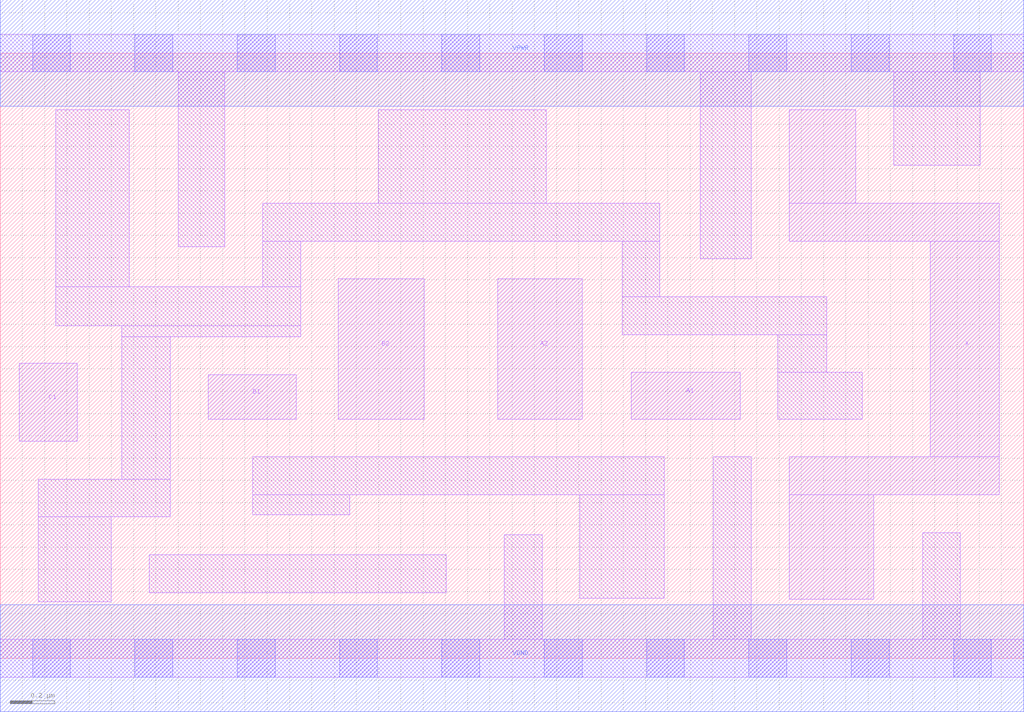
<source format=lef>
# Copyright 2020 The SkyWater PDK Authors
#
# Licensed under the Apache License, Version 2.0 (the "License");
# you may not use this file except in compliance with the License.
# You may obtain a copy of the License at
#
#     https://www.apache.org/licenses/LICENSE-2.0
#
# Unless required by applicable law or agreed to in writing, software
# distributed under the License is distributed on an "AS IS" BASIS,
# WITHOUT WARRANTIES OR CONDITIONS OF ANY KIND, either express or implied.
# See the License for the specific language governing permissions and
# limitations under the License.
#
# SPDX-License-Identifier: Apache-2.0

VERSION 5.7 ;
  NAMESCASESENSITIVE ON ;
  NOWIREEXTENSIONATPIN ON ;
  DIVIDERCHAR "/" ;
  BUSBITCHARS "[]" ;
UNITS
  DATABASE MICRONS 200 ;
END UNITS
PROPERTYDEFINITIONS
  MACRO maskLayoutSubType STRING ;
  MACRO prCellType STRING ;
  MACRO originalViewName STRING ;
END PROPERTYDEFINITIONS
MACRO sky130_fd_sc_hdll__o221a_2
  CLASS CORE ;
  FOREIGN sky130_fd_sc_hdll__o221a_2 ;
  ORIGIN  0.000000  0.000000 ;
  SIZE  4.600000 BY  2.720000 ;
  SYMMETRY X Y R90 ;
  SITE unithd ;
  PIN A1
    ANTENNAGATEAREA  0.277500 ;
    DIRECTION INPUT ;
    USE SIGNAL ;
    PORT
      LAYER li1 ;
        RECT 2.835000 1.075000 3.325000 1.285000 ;
    END
  END A1
  PIN A2
    ANTENNAGATEAREA  0.277500 ;
    DIRECTION INPUT ;
    USE SIGNAL ;
    PORT
      LAYER li1 ;
        RECT 2.235000 1.075000 2.615000 1.705000 ;
    END
  END A2
  PIN B1
    ANTENNAGATEAREA  0.277500 ;
    DIRECTION INPUT ;
    USE SIGNAL ;
    PORT
      LAYER li1 ;
        RECT 0.935000 1.075000 1.330000 1.275000 ;
    END
  END B1
  PIN B2
    ANTENNAGATEAREA  0.277500 ;
    DIRECTION INPUT ;
    USE SIGNAL ;
    PORT
      LAYER li1 ;
        RECT 1.520000 1.075000 1.905000 1.705000 ;
    END
  END B2
  PIN C1
    ANTENNAGATEAREA  0.277500 ;
    DIRECTION INPUT ;
    USE SIGNAL ;
    PORT
      LAYER li1 ;
        RECT 0.085000 0.975000 0.345000 1.325000 ;
    END
  END C1
  PIN X
    ANTENNADIFFAREA  0.530500 ;
    DIRECTION OUTPUT ;
    USE SIGNAL ;
    PORT
      LAYER li1 ;
        RECT 3.545000 0.265000 3.925000 0.735000 ;
        RECT 3.545000 0.735000 4.490000 0.905000 ;
        RECT 3.545000 1.875000 4.490000 2.045000 ;
        RECT 3.545000 2.045000 3.845000 2.465000 ;
        RECT 4.180000 0.905000 4.490000 1.875000 ;
    END
  END X
  PIN VGND
    DIRECTION INOUT ;
    USE GROUND ;
    PORT
      LAYER met1 ;
        RECT 0.000000 -0.240000 4.600000 0.240000 ;
    END
  END VGND
  PIN VPWR
    DIRECTION INOUT ;
    USE POWER ;
    PORT
      LAYER met1 ;
        RECT 0.000000 2.480000 4.600000 2.960000 ;
    END
  END VPWR
  OBS
    LAYER li1 ;
      RECT 0.000000 -0.085000 4.600000 0.085000 ;
      RECT 0.000000  2.635000 4.600000 2.805000 ;
      RECT 0.170000  0.255000 0.500000 0.635000 ;
      RECT 0.170000  0.635000 0.765000 0.805000 ;
      RECT 0.250000  1.495000 1.350000 1.670000 ;
      RECT 0.250000  1.670000 0.580000 2.465000 ;
      RECT 0.545000  0.805000 0.765000 1.445000 ;
      RECT 0.545000  1.445000 1.350000 1.495000 ;
      RECT 0.670000  0.295000 2.005000 0.465000 ;
      RECT 0.800000  1.850000 1.010000 2.635000 ;
      RECT 1.135000  0.645000 1.570000 0.735000 ;
      RECT 1.135000  0.735000 2.985000 0.905000 ;
      RECT 1.180000  1.670000 1.350000 1.875000 ;
      RECT 1.180000  1.875000 2.965000 2.045000 ;
      RECT 1.700000  2.045000 2.455000 2.465000 ;
      RECT 2.265000  0.085000 2.435000 0.555000 ;
      RECT 2.605000  0.270000 2.985000 0.735000 ;
      RECT 2.795000  1.455000 3.715000 1.625000 ;
      RECT 2.795000  1.625000 2.965000 1.875000 ;
      RECT 3.145000  1.795000 3.375000 2.635000 ;
      RECT 3.205000  0.085000 3.375000 0.905000 ;
      RECT 3.495000  1.075000 3.875000 1.285000 ;
      RECT 3.495000  1.285000 3.715000 1.455000 ;
      RECT 4.015000  2.215000 4.405000 2.635000 ;
      RECT 4.145000  0.085000 4.315000 0.565000 ;
    LAYER mcon ;
      RECT 0.145000 -0.085000 0.315000 0.085000 ;
      RECT 0.145000  2.635000 0.315000 2.805000 ;
      RECT 0.605000 -0.085000 0.775000 0.085000 ;
      RECT 0.605000  2.635000 0.775000 2.805000 ;
      RECT 1.065000 -0.085000 1.235000 0.085000 ;
      RECT 1.065000  2.635000 1.235000 2.805000 ;
      RECT 1.525000 -0.085000 1.695000 0.085000 ;
      RECT 1.525000  2.635000 1.695000 2.805000 ;
      RECT 1.985000 -0.085000 2.155000 0.085000 ;
      RECT 1.985000  2.635000 2.155000 2.805000 ;
      RECT 2.445000 -0.085000 2.615000 0.085000 ;
      RECT 2.445000  2.635000 2.615000 2.805000 ;
      RECT 2.905000 -0.085000 3.075000 0.085000 ;
      RECT 2.905000  2.635000 3.075000 2.805000 ;
      RECT 3.365000 -0.085000 3.535000 0.085000 ;
      RECT 3.365000  2.635000 3.535000 2.805000 ;
      RECT 3.825000 -0.085000 3.995000 0.085000 ;
      RECT 3.825000  2.635000 3.995000 2.805000 ;
      RECT 4.285000 -0.085000 4.455000 0.085000 ;
      RECT 4.285000  2.635000 4.455000 2.805000 ;
  END
  PROPERTY maskLayoutSubType "abstract" ;
  PROPERTY prCellType "standard" ;
  PROPERTY originalViewName "layout" ;
END sky130_fd_sc_hdll__o221a_2

</source>
